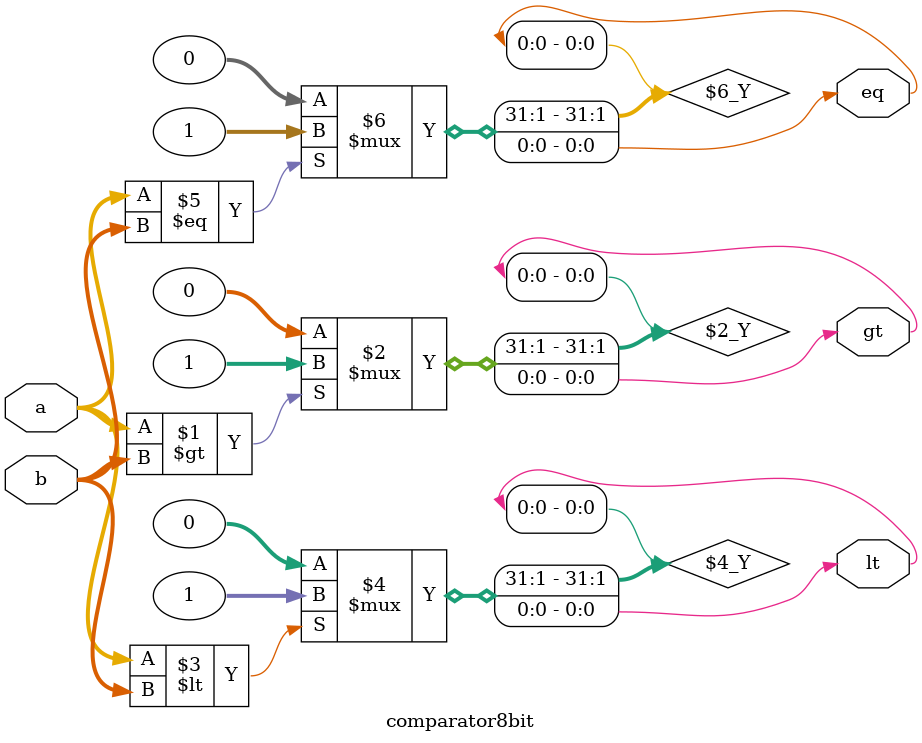
<source format=v>
module comparator8bit(a,b,gt,lt,eq);
input [7:0]a,b;
output gt,lt,eq;
assign gt = (a>b)?1:0;
assign lt = (a<b)?1:0;
assign eq = (a==b)?1:0;
endmodule

</source>
